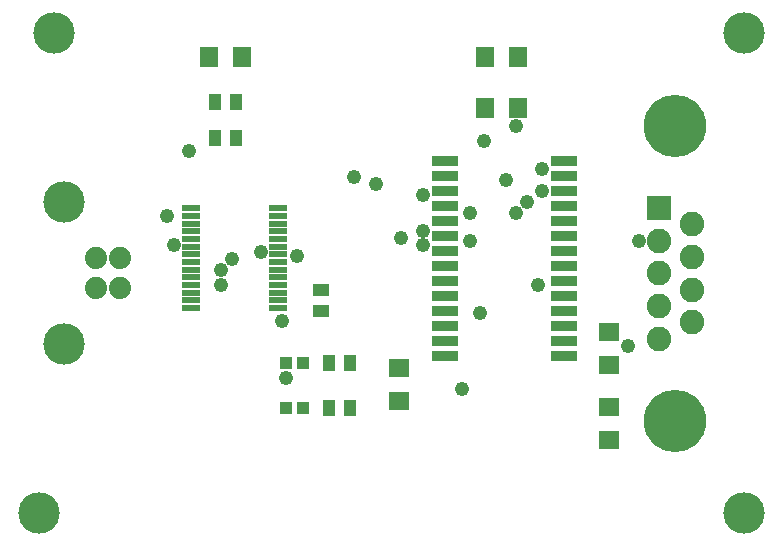
<source format=gts>
G75*
G70*
%OFA0B0*%
%FSLAX24Y24*%
%IPPOS*%
%LPD*%
%AMOC8*
5,1,8,0,0,1.08239X$1,22.5*
%
%ADD10R,0.0820X0.0820*%
%ADD11C,0.0820*%
%ADD12C,0.2080*%
%ADD13R,0.0630X0.0217*%
%ADD14R,0.0552X0.0395*%
%ADD15R,0.0395X0.0552*%
%ADD16R,0.0631X0.0710*%
%ADD17R,0.0395X0.0395*%
%ADD18C,0.0740*%
%ADD19C,0.1380*%
%ADD20R,0.0880X0.0340*%
%ADD21R,0.0710X0.0631*%
%ADD22C,0.0480*%
D10*
X023814Y011782D03*
D11*
X024932Y011235D03*
X023814Y010691D03*
X024932Y010144D03*
X023814Y009601D03*
X024932Y009057D03*
X023814Y008510D03*
X024932Y007967D03*
X023814Y007420D03*
D12*
X024373Y004680D03*
X024373Y014522D03*
D13*
X011112Y011764D03*
X011112Y011508D03*
X011112Y011252D03*
X011112Y010996D03*
X011112Y010741D03*
X011112Y010485D03*
X011112Y010229D03*
X011112Y009973D03*
X011112Y009717D03*
X011112Y009461D03*
X011112Y009205D03*
X011112Y008949D03*
X011112Y008693D03*
X011112Y008437D03*
X008234Y008437D03*
X008234Y008693D03*
X008234Y008949D03*
X008234Y009205D03*
X008234Y009461D03*
X008234Y009717D03*
X008234Y009973D03*
X008234Y010229D03*
X008234Y010485D03*
X008234Y010741D03*
X008234Y010996D03*
X008234Y011252D03*
X008234Y011508D03*
X008234Y011764D03*
D14*
X012573Y009055D03*
X012573Y008346D03*
D15*
X012819Y006601D03*
X013527Y006601D03*
X013527Y005101D03*
X012819Y005101D03*
X009727Y014101D03*
X009019Y014101D03*
X009019Y015301D03*
X009727Y015301D03*
D16*
X009924Y016801D03*
X008822Y016801D03*
X018022Y016801D03*
X019124Y016801D03*
X019124Y015101D03*
X018022Y015101D03*
D17*
X011968Y006601D03*
X011378Y006601D03*
X011378Y005101D03*
X011968Y005101D03*
D18*
X005853Y009109D03*
X005073Y009109D03*
X005073Y010093D03*
X005853Y010093D03*
D19*
X003173Y001601D03*
X004003Y007231D03*
X004003Y011971D03*
X003673Y017601D03*
X026673Y017601D03*
X026673Y001601D03*
D20*
X020653Y006851D03*
X020653Y007351D03*
X020653Y007851D03*
X020653Y008351D03*
X020653Y008851D03*
X020653Y009351D03*
X020653Y009851D03*
X020653Y010351D03*
X020653Y010851D03*
X020653Y011351D03*
X020653Y011851D03*
X020653Y012351D03*
X020653Y012851D03*
X020653Y013351D03*
X016693Y013351D03*
X016693Y012851D03*
X016693Y012351D03*
X016693Y011851D03*
X016693Y011351D03*
X016693Y010851D03*
X016693Y010351D03*
X016693Y009851D03*
X016693Y009351D03*
X016693Y008851D03*
X016693Y008351D03*
X016693Y007851D03*
X016693Y007351D03*
X016693Y006851D03*
D21*
X015173Y006452D03*
X015173Y005350D03*
X022173Y005152D03*
X022173Y004050D03*
X022173Y006550D03*
X022173Y007652D03*
D22*
X022793Y007181D03*
X019793Y009221D03*
X017873Y008261D03*
X015953Y010541D03*
X015233Y010781D03*
X015953Y011021D03*
X017513Y010661D03*
X017513Y011621D03*
X015953Y012221D03*
X014393Y012581D03*
X013673Y012821D03*
X011753Y010181D03*
X010553Y010301D03*
X009593Y010061D03*
X009233Y009701D03*
X009233Y009221D03*
X007673Y010541D03*
X007433Y011501D03*
X008153Y013661D03*
X011273Y008021D03*
X011393Y006101D03*
X017273Y005741D03*
X023153Y010661D03*
X019913Y012341D03*
X019433Y011981D03*
X019073Y011621D03*
X018713Y012701D03*
X019913Y013061D03*
X017993Y014021D03*
X019073Y014501D03*
M02*

</source>
